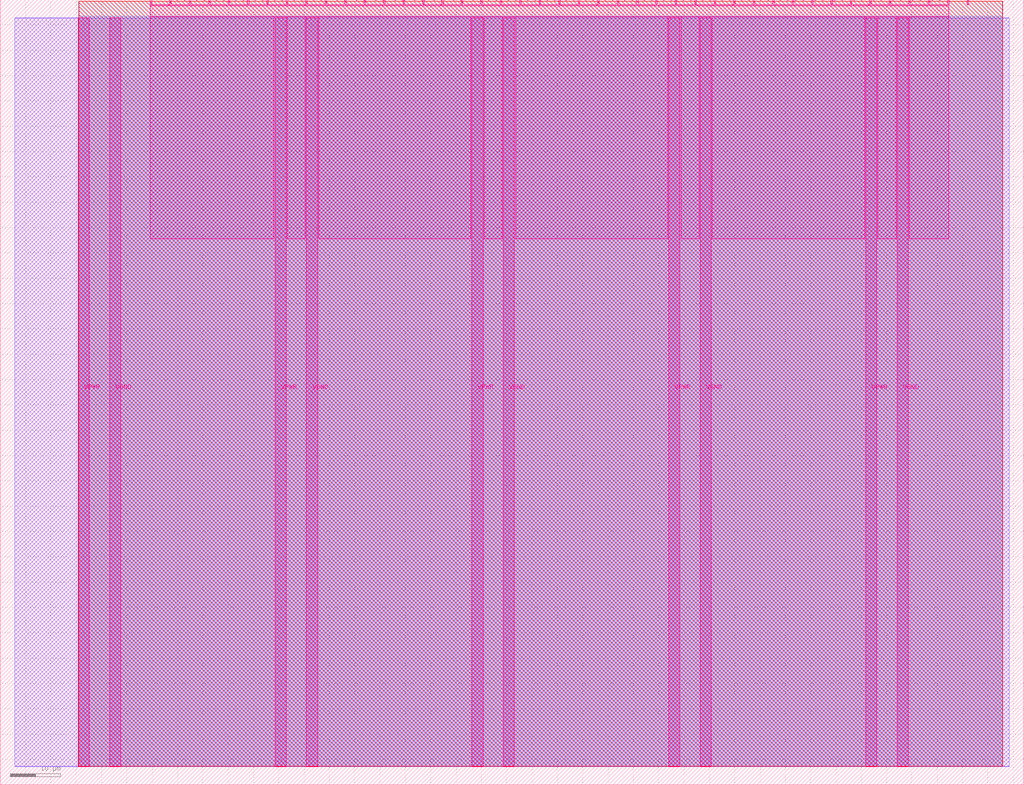
<source format=lef>
VERSION 5.7 ;
  NOWIREEXTENSIONATPIN ON ;
  DIVIDERCHAR "/" ;
  BUSBITCHARS "[]" ;
MACRO tt_um_benpayne_ps2_decoder
  CLASS BLOCK ;
  FOREIGN tt_um_benpayne_ps2_decoder ;
  ORIGIN 0.000 0.000 ;
  SIZE 202.080 BY 154.980 ;
  PIN VGND
    DIRECTION INOUT ;
    USE GROUND ;
    PORT
      LAYER Metal5 ;
        RECT 21.580 3.560 23.780 151.420 ;
    END
    PORT
      LAYER Metal5 ;
        RECT 60.450 3.560 62.650 151.420 ;
    END
    PORT
      LAYER Metal5 ;
        RECT 99.320 3.560 101.520 151.420 ;
    END
    PORT
      LAYER Metal5 ;
        RECT 138.190 3.560 140.390 151.420 ;
    END
    PORT
      LAYER Metal5 ;
        RECT 177.060 3.560 179.260 151.420 ;
    END
  END VGND
  PIN VPWR
    DIRECTION INOUT ;
    USE POWER ;
    PORT
      LAYER Metal5 ;
        RECT 15.380 3.560 17.580 151.420 ;
    END
    PORT
      LAYER Metal5 ;
        RECT 54.250 3.560 56.450 151.420 ;
    END
    PORT
      LAYER Metal5 ;
        RECT 93.120 3.560 95.320 151.420 ;
    END
    PORT
      LAYER Metal5 ;
        RECT 131.990 3.560 134.190 151.420 ;
    END
    PORT
      LAYER Metal5 ;
        RECT 170.860 3.560 173.060 151.420 ;
    END
  END VPWR
  PIN clk
    DIRECTION INPUT ;
    USE SIGNAL ;
    ANTENNAGATEAREA 0.213200 ;
    PORT
      LAYER Metal5 ;
        RECT 187.050 153.980 187.350 154.980 ;
    END
  END clk
  PIN ena
    DIRECTION INPUT ;
    USE SIGNAL ;
    PORT
      LAYER Metal5 ;
        RECT 190.890 153.980 191.190 154.980 ;
    END
  END ena
  PIN rst_n
    DIRECTION INPUT ;
    USE SIGNAL ;
    ANTENNAGATEAREA 0.741000 ;
    PORT
      LAYER Metal5 ;
        RECT 183.210 153.980 183.510 154.980 ;
    END
  END rst_n
  PIN ui_in[0]
    DIRECTION INPUT ;
    USE SIGNAL ;
    ANTENNAGATEAREA 0.213200 ;
    PORT
      LAYER Metal5 ;
        RECT 179.370 153.980 179.670 154.980 ;
    END
  END ui_in[0]
  PIN ui_in[1]
    DIRECTION INPUT ;
    USE SIGNAL ;
    ANTENNAGATEAREA 0.180700 ;
    PORT
      LAYER Metal5 ;
        RECT 175.530 153.980 175.830 154.980 ;
    END
  END ui_in[1]
  PIN ui_in[2]
    DIRECTION INPUT ;
    USE SIGNAL ;
    ANTENNAGATEAREA 0.180700 ;
    PORT
      LAYER Metal5 ;
        RECT 171.690 153.980 171.990 154.980 ;
    END
  END ui_in[2]
  PIN ui_in[3]
    DIRECTION INPUT ;
    USE SIGNAL ;
    ANTENNAGATEAREA 0.180700 ;
    PORT
      LAYER Metal5 ;
        RECT 167.850 153.980 168.150 154.980 ;
    END
  END ui_in[3]
  PIN ui_in[4]
    DIRECTION INPUT ;
    USE SIGNAL ;
    PORT
      LAYER Metal5 ;
        RECT 164.010 153.980 164.310 154.980 ;
    END
  END ui_in[4]
  PIN ui_in[5]
    DIRECTION INPUT ;
    USE SIGNAL ;
    PORT
      LAYER Metal5 ;
        RECT 160.170 153.980 160.470 154.980 ;
    END
  END ui_in[5]
  PIN ui_in[6]
    DIRECTION INPUT ;
    USE SIGNAL ;
    PORT
      LAYER Metal5 ;
        RECT 156.330 153.980 156.630 154.980 ;
    END
  END ui_in[6]
  PIN ui_in[7]
    DIRECTION INPUT ;
    USE SIGNAL ;
    PORT
      LAYER Metal5 ;
        RECT 152.490 153.980 152.790 154.980 ;
    END
  END ui_in[7]
  PIN uio_in[0]
    DIRECTION INPUT ;
    USE SIGNAL ;
    PORT
      LAYER Metal5 ;
        RECT 148.650 153.980 148.950 154.980 ;
    END
  END uio_in[0]
  PIN uio_in[1]
    DIRECTION INPUT ;
    USE SIGNAL ;
    PORT
      LAYER Metal5 ;
        RECT 144.810 153.980 145.110 154.980 ;
    END
  END uio_in[1]
  PIN uio_in[2]
    DIRECTION INPUT ;
    USE SIGNAL ;
    PORT
      LAYER Metal5 ;
        RECT 140.970 153.980 141.270 154.980 ;
    END
  END uio_in[2]
  PIN uio_in[3]
    DIRECTION INPUT ;
    USE SIGNAL ;
    PORT
      LAYER Metal5 ;
        RECT 137.130 153.980 137.430 154.980 ;
    END
  END uio_in[3]
  PIN uio_in[4]
    DIRECTION INPUT ;
    USE SIGNAL ;
    PORT
      LAYER Metal5 ;
        RECT 133.290 153.980 133.590 154.980 ;
    END
  END uio_in[4]
  PIN uio_in[5]
    DIRECTION INPUT ;
    USE SIGNAL ;
    PORT
      LAYER Metal5 ;
        RECT 129.450 153.980 129.750 154.980 ;
    END
  END uio_in[5]
  PIN uio_in[6]
    DIRECTION INPUT ;
    USE SIGNAL ;
    PORT
      LAYER Metal5 ;
        RECT 125.610 153.980 125.910 154.980 ;
    END
  END uio_in[6]
  PIN uio_in[7]
    DIRECTION INPUT ;
    USE SIGNAL ;
    PORT
      LAYER Metal5 ;
        RECT 121.770 153.980 122.070 154.980 ;
    END
  END uio_in[7]
  PIN uio_oe[0]
    DIRECTION OUTPUT ;
    USE SIGNAL ;
    ANTENNADIFFAREA 0.654800 ;
    PORT
      LAYER Metal5 ;
        RECT 56.490 153.980 56.790 154.980 ;
    END
  END uio_oe[0]
  PIN uio_oe[1]
    DIRECTION OUTPUT ;
    USE SIGNAL ;
    ANTENNADIFFAREA 0.654800 ;
    PORT
      LAYER Metal5 ;
        RECT 52.650 153.980 52.950 154.980 ;
    END
  END uio_oe[1]
  PIN uio_oe[2]
    DIRECTION OUTPUT ;
    USE SIGNAL ;
    ANTENNADIFFAREA 0.654800 ;
    PORT
      LAYER Metal5 ;
        RECT 48.810 153.980 49.110 154.980 ;
    END
  END uio_oe[2]
  PIN uio_oe[3]
    DIRECTION OUTPUT ;
    USE SIGNAL ;
    ANTENNADIFFAREA 0.654800 ;
    PORT
      LAYER Metal5 ;
        RECT 44.970 153.980 45.270 154.980 ;
    END
  END uio_oe[3]
  PIN uio_oe[4]
    DIRECTION OUTPUT ;
    USE SIGNAL ;
    ANTENNADIFFAREA 0.654800 ;
    PORT
      LAYER Metal5 ;
        RECT 41.130 153.980 41.430 154.980 ;
    END
  END uio_oe[4]
  PIN uio_oe[5]
    DIRECTION OUTPUT ;
    USE SIGNAL ;
    ANTENNADIFFAREA 0.654800 ;
    PORT
      LAYER Metal5 ;
        RECT 37.290 153.980 37.590 154.980 ;
    END
  END uio_oe[5]
  PIN uio_oe[6]
    DIRECTION OUTPUT ;
    USE SIGNAL ;
    ANTENNADIFFAREA 0.654800 ;
    PORT
      LAYER Metal5 ;
        RECT 33.450 153.980 33.750 154.980 ;
    END
  END uio_oe[6]
  PIN uio_oe[7]
    DIRECTION OUTPUT ;
    USE SIGNAL ;
    ANTENNADIFFAREA 0.654800 ;
    PORT
      LAYER Metal5 ;
        RECT 29.610 153.980 29.910 154.980 ;
    END
  END uio_oe[7]
  PIN uio_out[0]
    DIRECTION OUTPUT ;
    USE SIGNAL ;
    ANTENNAGATEAREA 0.109200 ;
    ANTENNADIFFAREA 0.632400 ;
    PORT
      LAYER Metal5 ;
        RECT 87.210 153.980 87.510 154.980 ;
    END
  END uio_out[0]
  PIN uio_out[1]
    DIRECTION OUTPUT ;
    USE SIGNAL ;
    ANTENNAGATEAREA 0.109200 ;
    ANTENNADIFFAREA 0.632400 ;
    PORT
      LAYER Metal5 ;
        RECT 83.370 153.980 83.670 154.980 ;
    END
  END uio_out[1]
  PIN uio_out[2]
    DIRECTION OUTPUT ;
    USE SIGNAL ;
    ANTENNAGATEAREA 0.109200 ;
    ANTENNADIFFAREA 0.632400 ;
    PORT
      LAYER Metal5 ;
        RECT 79.530 153.980 79.830 154.980 ;
    END
  END uio_out[2]
  PIN uio_out[3]
    DIRECTION OUTPUT ;
    USE SIGNAL ;
    ANTENNAGATEAREA 0.109200 ;
    ANTENNADIFFAREA 0.632400 ;
    PORT
      LAYER Metal5 ;
        RECT 75.690 153.980 75.990 154.980 ;
    END
  END uio_out[3]
  PIN uio_out[4]
    DIRECTION OUTPUT ;
    USE SIGNAL ;
    ANTENNAGATEAREA 0.109200 ;
    ANTENNADIFFAREA 0.632400 ;
    PORT
      LAYER Metal5 ;
        RECT 71.850 153.980 72.150 154.980 ;
    END
  END uio_out[4]
  PIN uio_out[5]
    DIRECTION OUTPUT ;
    USE SIGNAL ;
    ANTENNAGATEAREA 0.109200 ;
    ANTENNADIFFAREA 0.632400 ;
    PORT
      LAYER Metal5 ;
        RECT 68.010 153.980 68.310 154.980 ;
    END
  END uio_out[5]
  PIN uio_out[6]
    DIRECTION OUTPUT ;
    USE SIGNAL ;
    ANTENNAGATEAREA 0.109200 ;
    ANTENNADIFFAREA 0.632400 ;
    PORT
      LAYER Metal5 ;
        RECT 64.170 153.980 64.470 154.980 ;
    END
  END uio_out[6]
  PIN uio_out[7]
    DIRECTION OUTPUT ;
    USE SIGNAL ;
    ANTENNAGATEAREA 0.109200 ;
    ANTENNADIFFAREA 0.632400 ;
    PORT
      LAYER Metal5 ;
        RECT 60.330 153.980 60.630 154.980 ;
    END
  END uio_out[7]
  PIN uo_out[0]
    DIRECTION OUTPUT ;
    USE SIGNAL ;
    ANTENNADIFFAREA 0.654800 ;
    PORT
      LAYER Metal5 ;
        RECT 117.930 153.980 118.230 154.980 ;
    END
  END uo_out[0]
  PIN uo_out[1]
    DIRECTION OUTPUT ;
    USE SIGNAL ;
    ANTENNADIFFAREA 0.654800 ;
    PORT
      LAYER Metal5 ;
        RECT 114.090 153.980 114.390 154.980 ;
    END
  END uo_out[1]
  PIN uo_out[2]
    DIRECTION OUTPUT ;
    USE SIGNAL ;
    ANTENNADIFFAREA 0.651000 ;
    PORT
      LAYER Metal5 ;
        RECT 110.250 153.980 110.550 154.980 ;
    END
  END uo_out[2]
  PIN uo_out[3]
    DIRECTION OUTPUT ;
    USE SIGNAL ;
    ANTENNADIFFAREA 0.299200 ;
    PORT
      LAYER Metal5 ;
        RECT 106.410 153.980 106.710 154.980 ;
    END
  END uo_out[3]
  PIN uo_out[4]
    DIRECTION OUTPUT ;
    USE SIGNAL ;
    ANTENNADIFFAREA 0.299200 ;
    PORT
      LAYER Metal5 ;
        RECT 102.570 153.980 102.870 154.980 ;
    END
  END uo_out[4]
  PIN uo_out[5]
    DIRECTION OUTPUT ;
    USE SIGNAL ;
    ANTENNADIFFAREA 0.299200 ;
    PORT
      LAYER Metal5 ;
        RECT 98.730 153.980 99.030 154.980 ;
    END
  END uo_out[5]
  PIN uo_out[6]
    DIRECTION OUTPUT ;
    USE SIGNAL ;
    ANTENNADIFFAREA 0.299200 ;
    PORT
      LAYER Metal5 ;
        RECT 94.890 153.980 95.190 154.980 ;
    END
  END uo_out[6]
  PIN uo_out[7]
    DIRECTION OUTPUT ;
    USE SIGNAL ;
    ANTENNADIFFAREA 0.299200 ;
    PORT
      LAYER Metal5 ;
        RECT 91.050 153.980 91.350 154.980 ;
    END
  END uo_out[7]
  OBS
      LAYER GatPoly ;
        RECT 2.880 3.630 199.200 151.350 ;
      LAYER Metal1 ;
        RECT 2.880 3.560 199.200 151.420 ;
      LAYER Metal2 ;
        RECT 15.515 3.680 197.905 151.720 ;
      LAYER Metal3 ;
        RECT 15.560 3.635 197.860 154.705 ;
      LAYER Metal4 ;
        RECT 15.515 3.680 197.905 154.660 ;
      LAYER Metal5 ;
        RECT 30.120 153.770 33.240 153.980 ;
        RECT 33.960 153.770 37.080 153.980 ;
        RECT 37.800 153.770 40.920 153.980 ;
        RECT 41.640 153.770 44.760 153.980 ;
        RECT 45.480 153.770 48.600 153.980 ;
        RECT 49.320 153.770 52.440 153.980 ;
        RECT 53.160 153.770 56.280 153.980 ;
        RECT 57.000 153.770 60.120 153.980 ;
        RECT 60.840 153.770 63.960 153.980 ;
        RECT 64.680 153.770 67.800 153.980 ;
        RECT 68.520 153.770 71.640 153.980 ;
        RECT 72.360 153.770 75.480 153.980 ;
        RECT 76.200 153.770 79.320 153.980 ;
        RECT 80.040 153.770 83.160 153.980 ;
        RECT 83.880 153.770 87.000 153.980 ;
        RECT 87.720 153.770 90.840 153.980 ;
        RECT 91.560 153.770 94.680 153.980 ;
        RECT 95.400 153.770 98.520 153.980 ;
        RECT 99.240 153.770 102.360 153.980 ;
        RECT 103.080 153.770 106.200 153.980 ;
        RECT 106.920 153.770 110.040 153.980 ;
        RECT 110.760 153.770 113.880 153.980 ;
        RECT 114.600 153.770 117.720 153.980 ;
        RECT 118.440 153.770 121.560 153.980 ;
        RECT 122.280 153.770 125.400 153.980 ;
        RECT 126.120 153.770 129.240 153.980 ;
        RECT 129.960 153.770 133.080 153.980 ;
        RECT 133.800 153.770 136.920 153.980 ;
        RECT 137.640 153.770 140.760 153.980 ;
        RECT 141.480 153.770 144.600 153.980 ;
        RECT 145.320 153.770 148.440 153.980 ;
        RECT 149.160 153.770 152.280 153.980 ;
        RECT 153.000 153.770 156.120 153.980 ;
        RECT 156.840 153.770 159.960 153.980 ;
        RECT 160.680 153.770 163.800 153.980 ;
        RECT 164.520 153.770 167.640 153.980 ;
        RECT 168.360 153.770 171.480 153.980 ;
        RECT 172.200 153.770 175.320 153.980 ;
        RECT 176.040 153.770 179.160 153.980 ;
        RECT 179.880 153.770 183.000 153.980 ;
        RECT 183.720 153.770 186.840 153.980 ;
        RECT 29.660 151.630 187.300 153.770 ;
        RECT 29.660 107.795 54.040 151.630 ;
        RECT 56.660 107.795 60.240 151.630 ;
        RECT 62.860 107.795 92.910 151.630 ;
        RECT 95.530 107.795 99.110 151.630 ;
        RECT 101.730 107.795 131.780 151.630 ;
        RECT 134.400 107.795 137.980 151.630 ;
        RECT 140.600 107.795 170.650 151.630 ;
        RECT 173.270 107.795 176.850 151.630 ;
        RECT 179.470 107.795 187.300 151.630 ;
  END
END tt_um_benpayne_ps2_decoder
END LIBRARY


</source>
